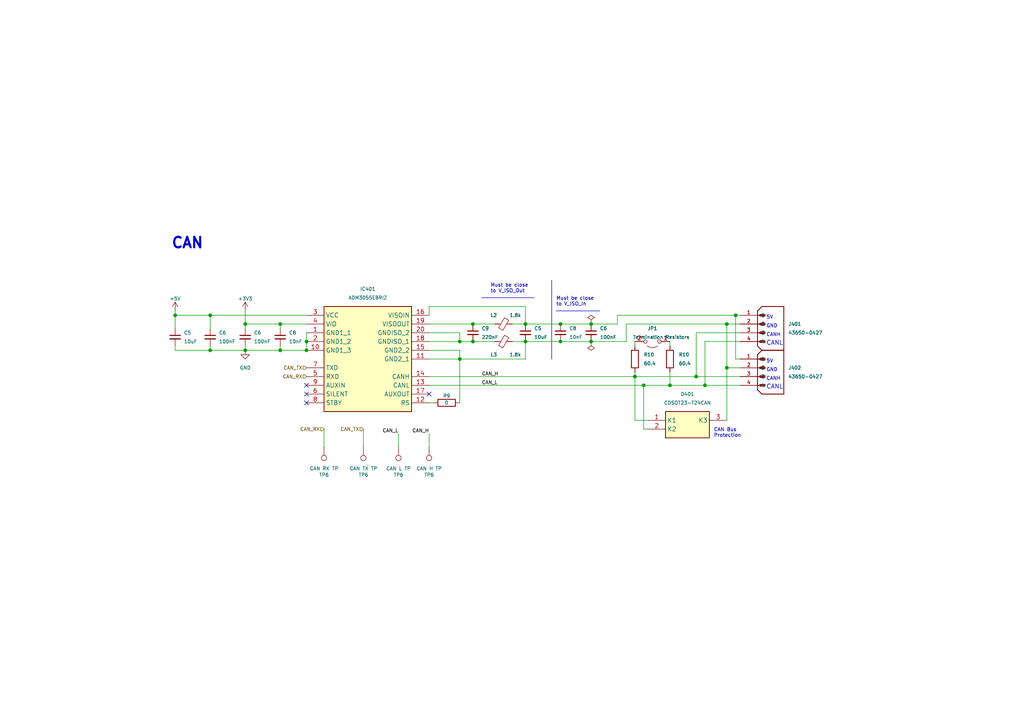
<source format=kicad_sch>
(kicad_sch (version 20230121) (generator eeschema)
  (paper "A4")
  (title_block (title "Blackbody A") (date "2023-07-16") (rev "v0.2.0") (company "LHR Solar") (comment 1 "Jacob Giddens") (comment 2 "Matthew Yu") (comment 3 "Gary Hallock"))
  (lib_symbols
    (symbol "Connector:TestPoint" (pin_numbers hide) (pin_names (offset 0.762) hide)
      (property "Reference" "TP" (at 0 6.858 0))
      (property "Value" "TestPoint" (at 0 5.08 0))
      (symbol "TestPoint_0_1"
        (circle (center 0 3.302) (radius 0.762))
      )
      (symbol "TestPoint_1_1"
        (pin passive line (at 0 0 90) (length 2.54) (name "1") (number "1"))
      )
    )
    (symbol "Device:C_Small" (pin_numbers hide) (pin_names (offset 0.254) hide)
      (property "Reference" "C" (at 0.254 1.778 0))
      (property "Value" "C_Small" (at 0.254 -2.032 0))
      (symbol "C_Small_0_1"
        (polyline (pts (xy -1.524 -0.508) (xy 1.524 -0.508)) (stroke (width 0.3302)))
        (polyline (pts (xy -1.524 0.508) (xy 1.524 0.508)) (stroke (width 0.3048)))
      )
      (symbol "C_Small_1_1"
        (pin passive line (at 0 2.54 270) (length 2.032) (name "~") (number "1"))
        (pin passive line (at 0 -2.54 90) (length 2.032) (name "~") (number "2"))
      )
    )
    (symbol "Device:FerriteBead_Small" (pin_numbers hide) (pin_names (offset 0))
      (property "Reference" "FB" (at 1.905 1.27 0))
      (property "Value" "FerriteBead_Small" (at 1.905 -1.27 0))
      (symbol "FerriteBead_Small_0_1"
        (polyline (pts (xy 0 -1.27) (xy 0 -0.7874)))
        (polyline (pts (xy 0 0.889) (xy 0 1.2954)))
        (polyline (pts (xy -1.8288 0.2794) (xy -1.1176 1.4986) (xy 1.8288 -0.2032) (xy 1.1176 -1.4224) (xy -1.8288 0.2794)))
      )
      (symbol "FerriteBead_Small_1_1"
        (pin passive line (at 0 2.54 270) (length 1.27) (name "~") (number "1"))
        (pin passive line (at 0 -2.54 90) (length 1.27) (name "~") (number "2"))
      )
    )
    (symbol "Device:R" (pin_numbers hide) (pin_names (offset 0))
      (property "Reference" "R" (at 2.032 0 90))
      (property "Value" "R" (at 0 0 90))
      (symbol "R_0_1"
        (rectangle (start -1.016 -2.54) (end 1.016 2.54) (stroke (width 0.254)))
      )
      (symbol "R_1_1"
        (pin passive line (at 0 3.81 270) (length 1.27) (name "~") (number "1"))
        (pin passive line (at 0 -3.81 90) (length 1.27) (name "~") (number "2"))
      )
    )
    (symbol "Jumper:Jumper_2_Open" (pin_names (offset 0) hide)
      (property "Reference" "JP" (at 0 2.794 0))
      (property "Value" "Jumper_2_Open" (at 0 -2.286 0))
      (symbol "Jumper_2_Open_0_0"
        (circle (center -2.032 0) (radius 0.508))
        (circle (center 2.032 0) (radius 0.508))
      )
      (symbol "Jumper_2_Open_0_1"
        (arc (start 1.524 1.27) (mid 0 1.778) (end -1.524 1.27))
      )
      (symbol "Jumper_2_Open_1_1"
        (pin passive line (at -5.08 0 0) (length 2.54) (name "A") (number "1"))
        (pin passive line (at 5.08 0 180) (length 2.54) (name "B") (number "2"))
      )
    )
    (symbol "analog_ADM3055EBRIZ:ADM3055EBRIZ"
      (property "Reference" "IC" (at 31.75 7.62 0))
      (property "Value" "ADM3055EBRIZ" (at 31.75 5.08 0))
      (symbol "ADM3055EBRIZ_1_1"
        (rectangle (start 5.08 2.54) (end 30.48 -27.94) (stroke (width 0.254)) (fill (type background)))
        (pin passive line (at 0 -5.08 0) (length 5.08) (name "GND1_1") (number "1"))
        (pin passive line (at 0 -10.16 0) (length 5.08) (name "GND1_3") (number "10"))
        (pin passive line (at 35.56 -12.7 180) (length 5.08) (name "GND2_1") (number "11"))
        (pin passive line (at 35.56 -25.4 180) (length 5.08) (name "RS") (number "12"))
        (pin passive line (at 35.56 -20.32 180) (length 5.08) (name "CANL") (number "13"))
        (pin passive line (at 35.56 -17.78 180) (length 5.08) (name "CANH") (number "14"))
        (pin passive line (at 35.56 -10.16 180) (length 5.08) (name "GND2_2") (number "15"))
        (pin passive line (at 35.56 0 180) (length 5.08) (name "VISOIN") (number "16"))
        (pin passive line (at 35.56 -22.86 180) (length 5.08) (name "AUXOUT") (number "17"))
        (pin passive line (at 35.56 -7.62 180) (length 5.08) (name "GNDISO_1") (number "18"))
        (pin passive line (at 35.56 -2.54 180) (length 5.08) (name "VISOOUT") (number "19"))
        (pin passive line (at 0 -7.62 0) (length 5.08) (name "GND1_2") (number "2"))
        (pin passive line (at 35.56 -5.08 180) (length 5.08) (name "GNDISO_2") (number "20"))
        (pin passive line (at 0 0 0) (length 5.08) (name "VCC") (number "3"))
        (pin passive line (at 0 -2.54 0) (length 5.08) (name "VIO") (number "4"))
        (pin passive line (at 0 -17.78 0) (length 5.08) (name "RXD") (number "5"))
        (pin passive line (at 0 -22.86 0) (length 5.08) (name "SILENT") (number "6"))
        (pin passive line (at 0 -15.24 0) (length 5.08) (name "TXD") (number "7"))
        (pin passive line (at 0 -25.4 0) (length 5.08) (name "STBY") (number "8"))
        (pin passive line (at 0 -20.32 0) (length 5.08) (name "AUXIN") (number "9"))
      )
    )
    (symbol "bourns_CDSOT23_T24CAN:CDSOT23-T24CAN"
      (property "Reference" "D" (at 19.05 7.62 0))
      (property "Value" "CDSOT23-T24CAN" (at 19.05 5.08 0))
      (symbol "CDSOT23-T24CAN_1_1"
        (rectangle (start 5.08 2.54) (end 17.78 -5.08) (stroke (width 0.254)) (fill (type background)))
        (pin passive line (at 0 0 0) (length 5.08) (name "K1") (number "1"))
        (pin passive line (at 0 -2.54 0) (length 5.08) (name "K2") (number "2"))
        (pin passive line (at 22.86 0 180) (length 5.08) (name "K3") (number "3"))
      )
    )
    (symbol "molex_microfit_43650_0427:43650-0427" (pin_names (offset 1.016))
      (property "Reference" "J" (at 0 6.35 0))
      (property "Value" "43650-0427" (at 0 -10.16 0))
      (symbol "43650-0427_0_0"
        (polyline (pts (xy 0 -6.35) (xy 1.27 -7.62)) (stroke (width 0.254)))
        (polyline (pts (xy 0 -5.08) (xy 1.905 -5.08)) (stroke (width 0.254)))
        (polyline (pts (xy 0 -2.54) (xy 1.905 -2.54)) (stroke (width 0.254)))
        (polyline (pts (xy 0 0) (xy 1.905 0)) (stroke (width 0.254)))
        (polyline (pts (xy 0 2.54) (xy 0 -6.35)) (stroke (width 0.254)))
        (polyline (pts (xy 0 2.54) (xy 1.905 2.54)) (stroke (width 0.254)))
        (polyline (pts (xy 0 3.81) (xy 0 2.54)) (stroke (width 0.254)))
        (polyline (pts (xy 0 3.81) (xy 1.27 5.08)) (stroke (width 0.254)))
        (polyline (pts (xy 1.27 -7.62) (xy 7.62 -7.62)) (stroke (width 0.254)))
        (polyline (pts (xy 7.62 -7.62) (xy 7.62 5.08)) (stroke (width 0.254)))
        (polyline (pts (xy 7.62 5.08) (xy 1.27 5.08)) (stroke (width 0.254)))
        (rectangle (start 0.635 -5.3975) (end 2.2225 -4.7625) (stroke (width 0.1)) (fill (type outline)))
        (rectangle (start 0.635 -2.8575) (end 2.2225 -2.2225) (stroke (width 0.1)) (fill (type outline)))
        (rectangle (start 0.635 -0.3175) (end 2.2225 0.3175) (stroke (width 0.1)) (fill (type outline)))
        (rectangle (start 0.635 2.2225) (end 2.2225 2.8575) (stroke (width 0.1)) (fill (type outline)))
        (pin passive line (at -5.08 2.54 0) (length 5.08) (name "1") (number "1"))
        (pin passive line (at -5.08 0 0) (length 5.08) (name "2") (number "2"))
        (pin passive line (at -5.08 -2.54 0) (length 5.08) (name "3") (number "3"))
        (pin passive line (at -5.08 -5.08 0) (length 5.08) (name "4") (number "4"))
      )
    )
    (symbol "power:+3V3" (power) (pin_names (offset 0))
      (property "Value" "+3V3" (at 0 3.556 0))
      (symbol "+3V3_0_1"
        (polyline (pts (xy -0.762 1.27) (xy 0 2.54)))
        (polyline (pts (xy 0 0) (xy 0 2.54)))
        (polyline (pts (xy 0 2.54) (xy 0.762 1.27)))
      )
      (symbol "+3V3_1_1"
        (pin power_in line (at 0 0 90) (length 0) hide (name "+3V3") (number "1"))
      )
    )
    (symbol "power:+5V" (power) (pin_names (offset 0))
      (property "Value" "+5V" (at 0 3.556 0))
      (symbol "+5V_0_1"
        (polyline (pts (xy -0.762 1.27) (xy 0 2.54)))
        (polyline (pts (xy 0 0) (xy 0 2.54)))
        (polyline (pts (xy 0 2.54) (xy 0.762 1.27)))
      )
      (symbol "+5V_1_1"
        (pin power_in line (at 0 0 90) (length 0) hide (name "+5V") (number "1"))
      )
    )
    (symbol "power:GND" (power) (pin_names (offset 0))
      (property "Value" "GND" (at 0 -3.81 0))
      (symbol "GND_0_1"
        (polyline (pts (xy 0 0) (xy 0 -1.27) (xy 1.27 -1.27) (xy 0 -2.54) (xy -1.27 -1.27) (xy 0 -1.27)))
      )
      (symbol "GND_1_1"
        (pin power_in line (at 0 0 270) (length 0) hide (name "GND") (number "1"))
      )
    )
    (symbol "power:PWR_FLAG" (power) (pin_numbers hide) (pin_names (offset 0) hide)
      (property "Value" "PWR_FLAG" (at 0 3.81 0))
      (symbol "PWR_FLAG_0_0"
        (pin power_out line (at 0 0 90) (length 0) (name "pwr") (number "1"))
      )
      (symbol "PWR_FLAG_0_1"
        (polyline (pts (xy 0 0) (xy 0 1.27) (xy -1.016 1.905) (xy 0 2.54) (xy 1.016 1.905) (xy 0 1.27)))
      )
    )
  )
  (junction (at 133.35 104.14))
  (junction (at 186.69 111.76))
  (junction (at 81.28 101.6))
  (junction (at 210.82 93.98))
  (junction (at 71.12 101.6))
  (junction (at 204.47 111.76))
  (junction (at 137.16 99.06))
  (junction (at 162.56 99.06))
  (junction (at 60.96 101.6))
  (junction (at 60.96 91.44))
  (junction (at 133.35 99.06))
  (junction (at 71.12 93.98))
  (junction (at 162.56 93.98))
  (junction (at 88.9 99.06))
  (junction (at 152.4 93.98))
  (junction (at 81.28 93.98))
  (junction (at 50.8 91.44))
  (junction (at 88.9 101.6))
  (junction (at 137.16 93.98))
  (junction (at 184.15 109.22))
  (junction (at 171.45 93.98))
  (junction (at 194.31 111.76))
  (junction (at 201.93 109.22))
  (junction (at 152.4 99.06))
  (junction (at 171.45 99.06))
  (junction (at 210.82 106.68))
  (junction (at 213.36 91.44))
  (no_connect (at 88.9 114.3))
  (no_connect (at 124.46 114.3))
  (no_connect (at 88.9 116.84))
  (no_connect (at 88.9 111.76))
  (wire (pts (xy 148.59 99.06) (xy 152.4 99.06)))
  (wire (pts (xy 137.16 99.06) (xy 143.51 99.06)))
  (wire (pts (xy 88.9 96.52) (xy 88.9 99.06)))
  (wire (pts (xy 133.35 99.06) (xy 137.16 99.06)))
  (wire (pts (xy 124.46 116.84) (xy 125.73 116.84)))
  (wire (pts (xy 137.16 93.98) (xy 143.51 93.98)))
  (wire (pts (xy 81.28 101.6) (xy 81.28 100.33)))
  (wire (pts (xy 210.82 106.68) (xy 214.63 106.68)))
  (wire (pts (xy 71.12 101.6) (xy 81.28 101.6)))
  (wire (pts (xy 71.12 93.98) (xy 81.28 93.98)))
  (wire (pts (xy 124.46 88.9) (xy 152.4 88.9)))
  (wire (pts (xy 186.69 124.46) (xy 187.96 124.46)))
  (wire (pts (xy 194.31 111.76) (xy 204.47 111.76)))
  (wire (pts (xy 133.35 96.52) (xy 133.35 99.06)))
  (wire (pts (xy 133.35 104.14) (xy 133.35 101.6)))
  (wire (pts (xy 71.12 90.17) (xy 71.12 93.98)))
  (wire (pts (xy 71.12 100.33) (xy 71.12 101.6)))
  (wire (pts (xy 60.96 100.33) (xy 60.96 101.6)))
  (wire (pts (xy 184.15 109.22) (xy 184.15 107.95)))
  (wire (pts (xy 60.96 101.6) (xy 71.12 101.6)))
  (wire (pts (xy 133.35 116.84) (xy 133.35 104.14)))
  (wire (pts (xy 194.31 99.06) (xy 194.31 100.33)))
  (wire (pts (xy 124.46 125.73) (xy 124.46 129.54)))
  (wire (pts (xy 105.41 124.46) (xy 105.41 129.54)))
  (wire (pts (xy 179.07 93.98) (xy 179.07 91.44)))
  (wire (pts (xy 204.47 111.76) (xy 214.63 111.76)))
  (wire (pts (xy 210.82 106.68) (xy 210.82 121.92)))
  (polyline (pts (xy 160.02 81.28) (xy 160.02 104.14)))
  (wire (pts (xy 124.46 93.98) (xy 137.16 93.98)))
  (wire (pts (xy 152.4 99.06) (xy 152.4 104.14)))
  (wire (pts (xy 213.36 91.44) (xy 213.36 104.14)))
  (wire (pts (xy 50.8 100.33) (xy 50.8 101.6)))
  (wire (pts (xy 210.82 93.98) (xy 214.63 93.98)))
  (wire (pts (xy 88.9 91.44) (xy 60.96 91.44)))
  (wire (pts (xy 181.61 93.98) (xy 210.82 93.98)))
  (wire (pts (xy 162.56 93.98) (xy 171.45 93.98)))
  (wire (pts (xy 81.28 93.98) (xy 88.9 93.98)))
  (wire (pts (xy 124.46 109.22) (xy 184.15 109.22)))
  (wire (pts (xy 115.57 125.73) (xy 115.57 129.54)))
  (wire (pts (xy 184.15 99.06) (xy 184.15 100.33)))
  (wire (pts (xy 124.46 88.9) (xy 124.46 91.44)))
  (wire (pts (xy 124.46 101.6) (xy 133.35 101.6)))
  (wire (pts (xy 148.59 93.98) (xy 152.4 93.98)))
  (wire (pts (xy 50.8 101.6) (xy 60.96 101.6)))
  (wire (pts (xy 152.4 88.9) (xy 152.4 93.98)))
  (wire (pts (xy 81.28 101.6) (xy 88.9 101.6)))
  (wire (pts (xy 93.98 124.46) (xy 93.98 129.54)))
  (wire (pts (xy 152.4 93.98) (xy 162.56 93.98)))
  (wire (pts (xy 186.69 111.76) (xy 186.69 124.46)))
  (wire (pts (xy 186.69 111.76) (xy 194.31 111.76)))
  (wire (pts (xy 213.36 104.14) (xy 214.63 104.14)))
  (wire (pts (xy 133.35 104.14) (xy 152.4 104.14)))
  (wire (pts (xy 50.8 91.44) (xy 50.8 95.25)))
  (wire (pts (xy 210.82 93.98) (xy 210.82 106.68)))
  (wire (pts (xy 171.45 93.98) (xy 179.07 93.98)))
  (wire (pts (xy 152.4 99.06) (xy 162.56 99.06)))
  (wire (pts (xy 204.47 111.76) (xy 204.47 99.06)))
  (wire (pts (xy 124.46 104.14) (xy 133.35 104.14)))
  (wire (pts (xy 201.93 96.52) (xy 214.63 96.52)))
  (wire (pts (xy 60.96 91.44) (xy 50.8 91.44)))
  (wire (pts (xy 194.31 111.76) (xy 194.31 107.95)))
  (wire (pts (xy 124.46 96.52) (xy 133.35 96.52)))
  (wire (pts (xy 124.46 111.76) (xy 186.69 111.76)))
  (wire (pts (xy 50.8 90.17) (xy 50.8 91.44)))
  (wire (pts (xy 201.93 109.22) (xy 214.63 109.22)))
  (wire (pts (xy 88.9 99.06) (xy 88.9 101.6)))
  (polyline (pts (xy 161.29 90.17) (xy 173.99 90.17)))
  (wire (pts (xy 81.28 93.98) (xy 81.28 95.25)))
  (wire (pts (xy 171.45 99.06) (xy 181.61 99.06)))
  (wire (pts (xy 181.61 99.06) (xy 181.61 93.98)))
  (wire (pts (xy 204.47 99.06) (xy 214.63 99.06)))
  (wire (pts (xy 162.56 99.06) (xy 171.45 99.06)))
  (wire (pts (xy 124.46 99.06) (xy 133.35 99.06)))
  (wire (pts (xy 184.15 109.22) (xy 184.15 121.92)))
  (wire (pts (xy 213.36 91.44) (xy 214.63 91.44)))
  (wire (pts (xy 201.93 109.22) (xy 201.93 96.52)))
  (wire (pts (xy 184.15 109.22) (xy 201.93 109.22)))
  (polyline (pts (xy 139.7 86.36) (xy 154.94 86.36)))
  (wire (pts (xy 179.07 91.44) (xy 213.36 91.44)))
  (wire (pts (xy 184.15 121.92) (xy 187.96 121.92)))
  (wire (pts (xy 60.96 91.44) (xy 60.96 95.25)))
  (wire (pts (xy 71.12 93.98) (xy 71.12 95.25)))
  (text "CANL" (at 222.25 100.33 0) (effects (font (size 1.27 1.27)) (justify left bottom)))
  (text "CANH" (at 222.25 97.79 0) (effects (font (size 1.016 1.016)) (justify left bottom)))
  (text "GND\n" (at 222.25 107.95 0) (effects (font (size 1.016 1.016)) (justify left bottom)))
  (text "5V" (at 222.25 92.71 0) (effects (font (size 1.016 1.016)) (justify left bottom)))
  (text "5V" (at 222.25 105.41 0) (effects (font (size 1.016 1.016)) (justify left bottom)))
  (text "GND\n" (at 222.25 95.25 0) (effects (font (size 1.016 1.016)) (justify left bottom)))
  (text "CAN Bus\nProtection" (at 207.01 127 0) (effects (font (size 1.016 1.016)) (justify left bottom)))
  (text "CANH" (at 222.25 110.49 0) (effects (font (size 1.016 1.016)) (justify left bottom)))
  (text "CAN" (at 49.53 72.39 0) (effects (font (size 3.048 3.048) (thickness 0.6096) bold) (justify left bottom)))
  (text "Must be close\nto V_ISO_In" (at 161.29 88.9 0) (effects (font (size 1.016 1.016)) (justify left bottom)))
  (text "Must be close\nto V_ISO_Out" (at 142.24 85.09 0) (effects (font (size 1.016 1.016)) (justify left bottom)))
  (text "CANL" (at 222.25 113.03 0) (effects (font (size 1.27 1.27)) (justify left bottom)))
  (label "CAN_L" (at 115.57 125.73 180) (effects (font (size 1 1))))
  (label "CAN_L" (at 139.7 111.76 0) (effects (font (size 1 1))))
  (label "CAN_H" (at 139.7 109.22 0) (effects (font (size 1 1))))
  (label "CAN_H" (at 124.46 125.73 180) (effects (font (size 1 1))))
  (hierarchical_label "CAN_TX" (shape input) (at 105.41 124.46 180) (effects (font (size 1 1))))
  (hierarchical_label "CAN_RX" (shape input) (at 93.98 124.46 180) (effects (font (size 1 1))))
  (hierarchical_label "CAN_TX" (shape input) (at 88.9 106.68 180) (effects (font (size 1 1))))
  (hierarchical_label "CAN_RX" (shape input) (at 88.9 109.22 180) (effects (font (size 1 1))))
  (symbol (lib_id "Device:R") (at 129.54 116.84 90) (unit 1)
    (property "Reference" "R9" (at 129.54 114.808 90) (effects (font (size 1 1))))
    (property "Value" "0" (at 129.54 116.84 90) (effects (font (size 1 1))))
    (property "Footprint" "Resistor_SMD:R_0402_1005Metric" (effects hide))
    (property "Datasheet" "https://datasheet.lcsc.com/lcsc/2206010216_UNI-ROYAL-Uniroyal-Elec-0402WGF0000TCE_C17168.pdf" (effects hide))
    (property "Distributor" "JLCPCB" (effects hide))
    (property "Manufacturer" "UNI-ROYAL(Uniroyal Elec)" (effects hide))
    (property "P/N" "0402WGF0000TCE" (effects hide))
    (property "LCSC Part #" "C17168" (effects hide))
    (property "Cost" "0.0005" (effects hide))
    (instances (project "blackbody_a" (path "" (reference "R9") (unit 1)) (path "" (reference "R401") (unit 1))))
  )
  (symbol (lib_id "Device:C_Small") (at 60.96 97.79 0) (unit 1)
    (property "Reference" "C6" (at 63.5 96.52 0) (effects (font (size 1 1)) (justify left)))
    (property "Value" "100nF" (at 63.5 99.06 0) (effects (font (size 1 1)) (justify left)))
    (property "Footprint" "Capacitor_SMD:C_0402_1005Metric" (effects hide))
    (property "Datasheet" "https://datasheet.lcsc.com/lcsc/2304140030_Samsung-Electro-Mechanics-CL05B104KO5NNNC_C1525.pdf" (effects hide))
    (property "Distributor" "JLCPCB" (effects hide))
    (property "Manufacturer" "Samsung Electro-Mechanics" (effects hide))
    (property "P/N" "CL05B104KO5NNNC" (effects hide))
    (property "LCSC Part #" "C1525" (effects hide))
    (property "Cost" "0.0008" (effects hide))
    (property "Notes" "Rated for 16V." (effects hide))
    (instances (project "blackbody_a" (path "" (reference "C6") (unit 1)) (path "" (reference "C402") (unit 1))))
  )
  (symbol (lib_id "Connector:TestPoint") (at 105.41 129.54 180) (unit 1)
    (property "Reference" "TP6" (at 105.41 137.16 0) (effects (font (size 1 1)) (justify bottom)))
    (property "Value" "CAN TX TP" (at 105.41 135.89 0) (effects (font (size 1 1))))
    (property "Footprint" "TestPoint:TestPoint_Pad_1.0x1.0mm" (effects hide))
    (instances (project "blackbody_a" (path "" (reference "TP6") (unit 1)) (path "" (reference "TP402") (unit 1))))
  )
  (symbol (lib_id "Device:C_Small") (at 171.45 96.52 0) (unit 1)
    (property "Reference" "C6" (at 173.99 95.25 0) (effects (font (size 1 1)) (justify left)))
    (property "Value" "100nF" (at 173.99 97.79 0) (effects (font (size 1 1)) (justify left)))
    (property "Footprint" "Capacitor_SMD:C_0402_1005Metric" (effects hide))
    (property "Datasheet" "https://datasheet.lcsc.com/lcsc/2304140030_Samsung-Electro-Mechanics-CL05B104KO5NNNC_C1525.pdf" (effects hide))
    (property "Distributor" "JLCPCB" (effects hide))
    (property "Manufacturer" "Samsung Electro-Mechanics" (effects hide))
    (property "P/N" "CL05B104KO5NNNC" (effects hide))
    (property "LCSC Part #" "C1525" (effects hide))
    (property "Cost" "0.0008" (effects hide))
    (property "Notes" "Rated for 16V." (effects hide))
    (instances (project "blackbody_a" (path "" (reference "C6") (unit 1)) (path "" (reference "C408") (unit 1))))
  )
  (symbol (lib_id "Connector:TestPoint") (at 115.57 129.54 180) (unit 1)
    (property "Reference" "TP6" (at 115.57 137.16 0) (effects (font (size 1 1)) (justify bottom)))
    (property "Value" "CAN L TP" (at 115.57 135.89 0) (effects (font (size 1 1))))
    (property "Footprint" "TestPoint:TestPoint_Pad_1.0x1.0mm" (effects hide))
    (instances (project "blackbody_a" (path "" (reference "TP6") (unit 1)) (path "" (reference "TP403") (unit 1))))
  )
  (symbol (lib_id "power:GND") (at 71.12 101.6 0) (unit 1)
    (property "Reference" "#PWR0403" (effects hide))
    (property "Value" "GND" (at 71.12 106.68 0) (effects (font (size 1 1))))
  )
  (symbol (lib_id "Device:R") (at 194.31 104.14 0) (unit 1)
    (property "Reference" "R10" (at 196.85 102.87 0) (effects (font (size 1 1)) (justify left)))
    (property "Value" "60.4" (at 196.85 105.41 0) (effects (font (size 1 1)) (justify left)))
    (property "Footprint" "Resistor_SMD:R_0402_1005Metric" (effects hide))
    (property "Datasheet" "https://datasheet.lcsc.com/lcsc/2205312345_UNI-ROYAL-Uniroyal-Elec-0402WGF604JTCE_C60310.pdf" (effects hide))
    (property "Distributor" "JLCPCB" (effects hide))
    (property "Manufacturer" "UNI-ROYAL(Uniroyal Elec)" (effects hide))
    (property "P/N" "0402WGF604JTCE" (effects hide))
    (property "LCSC Part #" "C60310" (effects hide))
    (property "Cost" "0.0005" (effects hide))
    (property "Notes" "Sub for 60 Ohm. Should be within tolerance." (effects hide))
    (instances (project "blackbody_a" (path "" (reference "R10") (unit 1)) (path "" (reference "R403") (unit 1))))
  )
  (symbol (lib_id "Connector:TestPoint") (at 93.98 129.54 180) (unit 1)
    (property "Reference" "TP6" (at 93.98 137.16 0) (effects (font (size 1 1)) (justify bottom)))
    (property "Value" "CAN RX TP" (at 93.98 135.89 0) (effects (font (size 1 1))))
    (property "Footprint" "TestPoint:TestPoint_Pad_1.0x1.0mm" (effects hide))
    (instances (project "blackbody_a" (path "" (reference "TP6") (unit 1)) (path "" (reference "TP401") (unit 1))))
  )
  (symbol (lib_id "Connector:TestPoint") (at 124.46 129.54 180) (unit 1)
    (property "Reference" "TP6" (at 124.46 137.16 0) (effects (font (size 1 1)) (justify bottom)))
    (property "Value" "CAN H TP" (at 124.46 135.89 0) (effects (font (size 1 1))))
    (property "Footprint" "TestPoint:TestPoint_Pad_1.0x1.0mm" (effects hide))
    (instances (project "blackbody_a" (path "" (reference "TP6") (unit 1)) (path "" (reference "TP404") (unit 1))))
  )
  (symbol (lib_id "Device:C_Small") (at 162.56 96.52 0) (unit 1)
    (property "Reference" "C8" (at 165.1 95.25 0) (effects (font (size 1 1)) (justify left)))
    (property "Value" "10nF" (at 165.1 97.79 0) (effects (font (size 1 1)) (justify left)))
    (property "Footprint" "Capacitor_SMD:C_0402_1005Metric" (effects hide))
    (property "Datasheet" "https://datasheet.lcsc.com/lcsc/2304140030_Samsung-Electro-Mechanics-CL05B103KB5NNNC_C15195.pdf" (effects hide))
    (property "Distributor" "JLCPCB" (effects hide))
    (property "Manufacturer" "Samsung Electro-Mechanics" (effects hide))
    (property "P/N" "CL05B103KB5NNNC" (effects hide))
    (property "LCSC Part #" "C15195" (effects hide))
    (property "Cost" "0.0011" (effects hide))
    (property "Notes" "Rated for 50V." (effects hide))
    (instances (project "blackbody_a" (path "" (reference "C8") (unit 1)) (path "" (reference "C407") (unit 1))))
  )
  (symbol (lib_id "power:+3V3") (at 71.12 90.17 0) (unit 1)
    (property "Reference" "#PWR017" (effects hide))
    (property "Value" "+3V3" (at 71.12 86.614 0) (effects (font (size 1 1))))
    (instances (project "blackbody_a" (path "" (reference "#PWR017") (unit 1)) (path "" (reference "#PWR0402") (unit 1))))
  )
  (symbol (lib_id "power:+5V") (at 50.8 90.17 0) (unit 1)
    (property "Reference" "#PWR018" (effects hide))
    (property "Value" "+5V" (at 50.8 86.614 0) (effects (font (size 1 1))))
    (instances (project "blackbody_a" (path "" (reference "#PWR018") (unit 1)) (path "" (reference "#PWR0401") (unit 1))))
  )
  (symbol (lib_id "Device:C_Small") (at 137.16 96.52 0) (unit 1)
    (property "Reference" "C9" (at 139.7 95.25 0) (effects (font (size 1 1)) (justify left)))
    (property "Value" "220nF" (at 139.7 97.79 0) (effects (font (size 1 1)) (justify left)))
    (property "Footprint" "Capacitor_SMD:C_0402_1005Metric" (effects hide))
    (property "Datasheet" "https://datasheet.lcsc.com/lcsc/2304140030_Samsung-Electro-Mechanics-CL05B224KO5NNNC-_C16772.pdf" (effects hide))
    (property "Distributor" "JLCPCB" (effects hide))
    (property "Manufacturer" "Samsung Electro-Mechanics" (effects hide))
    (property "P/N" "CL05B224KO5NNNC" (effects hide))
    (property "LCSC Part #" "C16772" (effects hide))
    (property "Cost" "0.0048" (effects hide))
    (property "Notes" "Rated for 16V." (effects hide))
    (instances (project "blackbody_a" (path "" (reference "C9") (unit 1)) (path "" (reference "C405") (unit 1))))
  )
  (symbol (lib_id "bourns_CDSOT23_T24CAN:CDSOT23-T24CAN") (at 187.96 121.92 0) (unit 1)
    (property "Reference" "D401" (at 199.39 114.3 0) (effects (font (size 1 1))))
    (property "Value" "CDSOT23-T24CAN" (at 199.39 116.84 0) (effects (font (size 1 1))))
    (property "Footprint" "footprints:bourns_CDSOT23_T24CAN" (effects hide))
    (property "Datasheet" "https://www.bourns.com/docs/Product-Datasheets/CDSOT23-T24CAN.pdf" (effects hide))
    (property "Distributor" "JLCPCB" (effects hide))
    (property "Manufacturer" "Bourns" (effects hide))
    (property "P/N" "CDSOT23-T24CAN-Q" (effects hide))
    (property "LCSC Part #" "C350941" (effects hide))
    (property "Cost" "0.1982" (effects hide))
  )
  (symbol (lib_id "Device:C_Small") (at 71.12 97.79 0) (unit 1)
    (property "Reference" "C6" (at 73.66 96.52 0) (effects (font (size 1 1)) (justify left)))
    (property "Value" "100nF" (at 73.66 99.06 0) (effects (font (size 1 1)) (justify left)))
    (property "Footprint" "Capacitor_SMD:C_0402_1005Metric" (effects hide))
    (property "Datasheet" "https://datasheet.lcsc.com/lcsc/2304140030_Samsung-Electro-Mechanics-CL05B104KO5NNNC_C1525.pdf" (effects hide))
    (property "Distributor" "JLCPCB" (effects hide))
    (property "Manufacturer" "Samsung Electro-Mechanics" (effects hide))
    (property "P/N" "CL05B104KO5NNNC" (effects hide))
    (property "LCSC Part #" "C1525" (effects hide))
    (property "Cost" "0.0008" (effects hide))
    (property "Notes" "Rated for 16V." (effects hide))
    (instances (project "blackbody_a" (path "" (reference "C6") (unit 1)) (path "" (reference "C403") (unit 1))))
  )
  (symbol (lib_id "Device:C_Small") (at 152.4 96.52 0) (unit 1)
    (property "Reference" "C5" (at 154.94 95.25 0) (effects (font (size 1 1)) (justify left)))
    (property "Value" "10uF" (at 154.94 97.79 0) (effects (font (size 1 1)) (justify left)))
    (property "Footprint" "Capacitor_SMD:C_0402_1005Metric" (effects hide))
    (property "Datasheet" "https://datasheet.lcsc.com/lcsc/2208231630_Samsung-Electro-Mechanics-CL05A106MQ5NUNC_C15525.pdf" (effects hide))
    (property "Distributor" "JLCPCB" (effects hide))
    (property "Manufacturer" "Samsung Electro-Mechanics" (effects hide))
    (property "P/N" "CL05A106MQ5NUNC" (effects hide))
    (property "LCSC Part #" "C15525" (effects hide))
    (property "Cost" "0.0047" (effects hide))
    (property "Notes" "Rated for 6.3V." (effects hide))
    (instances (project "blackbody_a" (path "" (reference "C5") (unit 1)) (path "" (reference "C406") (unit 1))))
  )
  (symbol (lib_id "power:PWR_FLAG") (at 171.45 93.98 0) (unit 1)
    (property "Reference" "#FLG027" (effects hide))
    (property "Value" "PWR_FLAG" (effects hide))
    (instances (project "blackbody_a" (path "" (reference "#FLG027") (unit 1)) (path "" (reference "#FLG0401") (unit 1))))
  )
  (symbol (lib_id "Jumper:Jumper_2_Open") (at 189.23 99.06 180) (unit 1)
    (property "Reference" "JP1" (at 189.23 95.25 0) (effects (font (size 1 1))))
    (property "Value" "Termination Resistors" (at 191.77 97.79 0) (effects (font (size 1 1))))
    (property "Footprint" "Connector_PinHeader_2.54mm:PinHeader_1x02_P2.54mm_Vertical" (effects hide))
    (instances (project "blackbody_a" (path "" (reference "JP1") (unit 1)) (path "" (reference "JP401") (unit 1))))
  )
  (symbol (lib_id "molex_microfit_43650_0427:43650-0427") (at 219.71 93.98 0) (unit 1)
    (property "Reference" "J401" (at 228.6 93.98 0) (effects (font (size 1 1)) (justify left)))
    (property "Value" "43650-0427" (at 228.6 96.52 0) (effects (font (size 1 1)) (justify left)))
    (property "Footprint" "footprints:molex_microfit_43650_0427" (effects hide))
    (property "Datasheet" "https://www.molex.com/content/dam/molex/molex-dot-com/products/automated/en-us/salesdrawingpdf/436/43650/436500427_sd.pdf" (effects hide))
    (property "Distributor" "Mouser" (effects hide))
    (property "Manufacturer" "Molex" (effects hide))
    (property "P/N" "43650-0427" (effects hide))
    (property "Cost" "1.41" (effects hide))
  )
  (symbol (lib_id "analog_ADM3055EBRIZ:ADM3055EBRIZ") (at 88.9 91.44 0) (unit 1)
    (property "Reference" "IC401" (at 106.68 83.82 0) (effects (font (size 1 1))))
    (property "Value" "ADM3055EBRIZ" (at 106.68 86.36 0) (effects (font (size 1 1))))
    (property "Footprint" "footprints:analog_ADM3055EBRIZ" (effects hide))
    (property "Datasheet" "https://www.analog.com/media/en/technical-documentation/data-sheets/ADM3055E.pdf" (effects hide))
    (property "Distributor" "JLCPCB" (effects hide))
    (property "Manufacturer" "Analog Devices" (effects hide))
    (property "P/N" "ADM3055EBRIZ-RL" (effects hide))
    (property "LCSC Part #" "C658105" (effects hide))
    (property "Cost" "8.5065" (effects hide))
  )
  (symbol (lib_id "Device:R") (at 184.15 104.14 0) (unit 1)
    (property "Reference" "R10" (at 186.69 102.87 0) (effects (font (size 1 1)) (justify left)))
    (property "Value" "60.4" (at 186.69 105.41 0) (effects (font (size 1 1)) (justify left)))
    (property "Footprint" "Resistor_SMD:R_0402_1005Metric" (effects hide))
    (property "Datasheet" "https://datasheet.lcsc.com/lcsc/2205312345_UNI-ROYAL-Uniroyal-Elec-0402WGF604JTCE_C60310.pdf" (effects hide))
    (property "Distributor" "JLCPCB" (effects hide))
    (property "Manufacturer" "UNI-ROYAL(Uniroyal Elec)" (effects hide))
    (property "P/N" "0402WGF604JTCE" (effects hide))
    (property "LCSC Part #" "C60310" (effects hide))
    (property "Cost" "0.0005" (effects hide))
    (property "Notes" "Sub for 60 Ohm. Should be within tolerance." (effects hide))
    (instances (project "blackbody_a" (path "" (reference "R10") (unit 1)) (path "" (reference "R402") (unit 1))))
  )
  (symbol (lib_id "Device:FerriteBead_Small") (at 146.05 93.98 270) (unit 1)
    (property "Reference" "L2" (at 142.24 91.44 90) (effects (font (size 1 1)) (justify left)))
    (property "Value" "1.8k" (at 151.13 91.44 90) (effects (font (size 1 1)) (justify right)))
    (property "Footprint" "Inductor_SMD:L_0402_1005Metric" (effects hide))
    (property "Datasheet" "https://jlcpcb.com/partdetail/Tdk-MMZ1005Y182CT000/C2683172#:~:text=Datasheet-,Download,-Source" (effects hide))
    (property "Distributor" "JLCPCB" (effects hide))
    (property "Manufacturer" "TDK" (effects hide))
    (property "P/N" "MMZ1005Y182CT000" (effects hide))
    (property "LCSC Part #" "C2683172" (effects hide))
    (property "Cost" "0.0155" (effects hide))
    (instances (project "blackbody_a" (path "" (reference "L2") (unit 1)) (path "" (reference "L401") (unit 1))))
  )
  (symbol (lib_id "Device:C_Small") (at 50.8 97.79 0) (unit 1)
    (property "Reference" "C5" (at 53.34 96.52 0) (effects (font (size 1 1)) (justify left)))
    (property "Value" "10uF" (at 53.34 99.06 0) (effects (font (size 1 1)) (justify left)))
    (property "Footprint" "Capacitor_SMD:C_0402_1005Metric" (effects hide))
    (property "Datasheet" "https://datasheet.lcsc.com/lcsc/2208231630_Samsung-Electro-Mechanics-CL05A106MQ5NUNC_C15525.pdf" (effects hide))
    (property "Distributor" "JLCPCB" (effects hide))
    (property "Manufacturer" "Samsung Electro-Mechanics" (effects hide))
    (property "P/N" "CL05A106MQ5NUNC" (effects hide))
    (property "LCSC Part #" "C15525" (effects hide))
    (property "Cost" "0.0047" (effects hide))
    (property "Notes" "Rated for 6.3V." (effects hide))
    (instances (project "blackbody_a" (path "" (reference "C5") (unit 1)) (path "" (reference "C401") (unit 1))))
  )
  (symbol (lib_id "Device:C_Small") (at 81.28 97.79 0) (unit 1)
    (property "Reference" "C8" (at 83.82 96.52 0) (effects (font (size 1 1)) (justify left)))
    (property "Value" "10nF" (at 83.82 99.06 0) (effects (font (size 1 1)) (justify left)))
    (property "Footprint" "Capacitor_SMD:C_0402_1005Metric" (effects hide))
    (property "Datasheet" "https://datasheet.lcsc.com/lcsc/2304140030_Samsung-Electro-Mechanics-CL05B103KB5NNNC_C15195.pdf" (effects hide))
    (property "Distributor" "JLCPCB" (effects hide))
    (property "Manufacturer" "Samsung Electro-Mechanics" (effects hide))
    (property "P/N" "CL05B103KB5NNNC" (effects hide))
    (property "LCSC Part #" "C15195" (effects hide))
    (property "Cost" "0.0011" (effects hide))
    (property "Notes" "Rated for 50V." (effects hide))
    (instances (project "blackbody_a" (path "" (reference "C8") (unit 1)) (path "" (reference "C404") (unit 1))))
  )
  (symbol (lib_id "power:PWR_FLAG") (at 171.45 99.06 180) (unit 1)
    (property "Reference" "#FLG028" (effects hide))
    (property "Value" "PWR_FLAG" (effects hide))
    (instances (project "blackbody_a" (path "" (reference "#FLG028") (unit 1)) (path "" (reference "#FLG0402") (unit 1))))
  )
  (symbol (lib_id "Device:FerriteBead_Small") (at 146.05 99.06 270) (unit 1)
    (property "Reference" "L3" (at 142.24 102.87 90) (effects (font (size 1 1)) (justify left)))
    (property "Value" "1.8k" (at 151.13 102.87 90) (effects (font (size 1 1)) (justify right)))
    (property "Footprint" "Inductor_SMD:L_0402_1005Metric" (effects hide))
    (property "Datasheet" "https://jlcpcb.com/partdetail/Tdk-MMZ1005Y182CT000/C2683172#:~:text=Datasheet-,Download,-Source" (effects hide))
    (property "Distributor" "JLCPCB" (effects hide))
    (property "Manufacturer" "TDK" (effects hide))
    (property "P/N" "MMZ1005Y182CT000" (effects hide))
    (property "LCSC Part #" "C2683172" (effects hide))
    (property "Cost" "0.0155" (effects hide))
    (instances (project "blackbody_a" (path "" (reference "L3") (unit 1)) (path "" (reference "L402") (unit 1))))
  )
  (symbol (lib_id "molex_microfit_43650_0427:43650-0427") (at 219.71 106.68 0) (unit 1)
    (property "Reference" "J402" (at 228.6 106.68 0) (effects (font (size 1 1)) (justify left)))
    (property "Value" "43650-0427" (at 228.6 109.22 0) (effects (font (size 1 1)) (justify left)))
    (property "Footprint" "footprints:molex_microfit_43650_0427" (effects hide))
    (property "Datasheet" "https://www.molex.com/content/dam/molex/molex-dot-com/products/automated/en-us/salesdrawingpdf/436/43650/436500427_sd.pdf" (effects hide))
    (property "Distributor" "Mouser" (effects hide))
    (property "Manufacturer" "Molex" (effects hide))
    (property "P/N" "43650-0427" (effects hide))
    (property "Cost" "1.41" (effects hide))
  )
)
</source>
